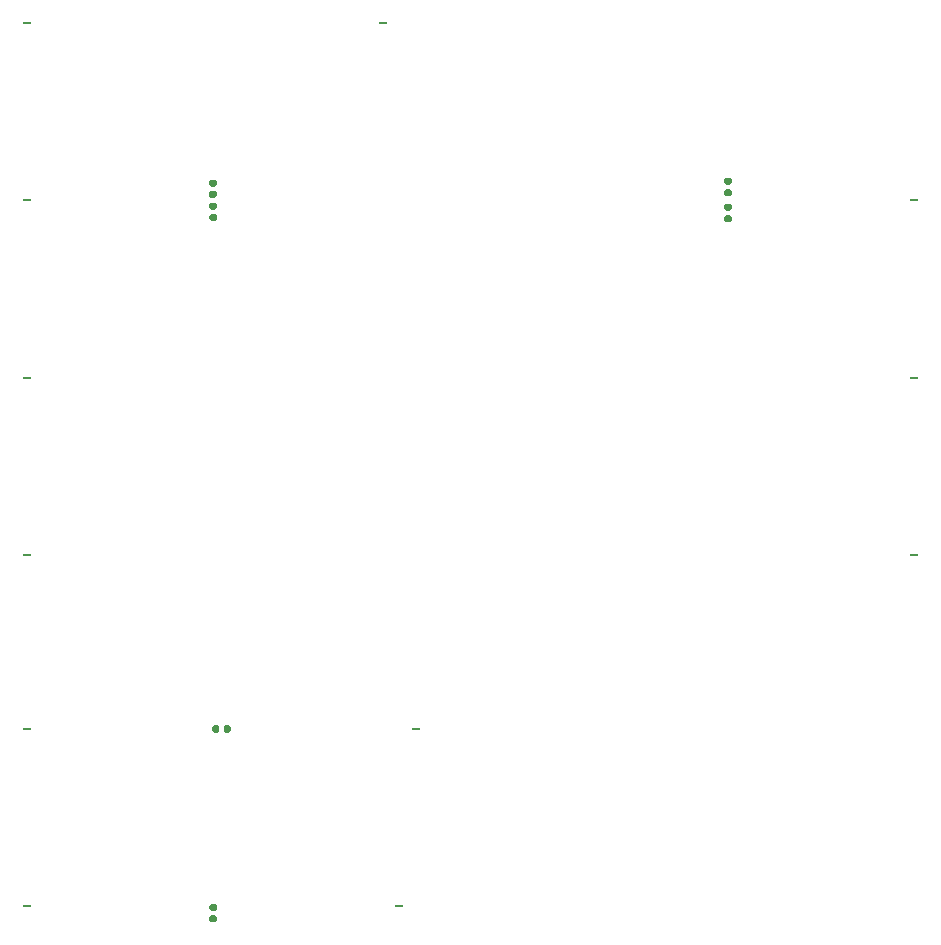
<source format=gtp>
G04 #@! TF.GenerationSoftware,KiCad,Pcbnew,(5.1.7)-1*
G04 #@! TF.CreationDate,2020-12-28T13:52:33+01:00*
G04 #@! TF.ProjectId,6Layers_trl-board,364c6179-6572-4735-9f74-726c2d626f61,0.3*
G04 #@! TF.SameCoordinates,Original*
G04 #@! TF.FileFunction,Paste,Top*
G04 #@! TF.FilePolarity,Positive*
%FSLAX46Y46*%
G04 Gerber Fmt 4.6, Leading zero omitted, Abs format (unit mm)*
G04 Created by KiCad (PCBNEW (5.1.7)-1) date 2020-12-28 13:52:33*
%MOMM*%
%LPD*%
G01*
G04 APERTURE LIST*
%ADD10R,0.762000X0.203200*%
G04 APERTURE END LIST*
G36*
G01*
X162860000Y-74080000D02*
X163200000Y-74080000D01*
G75*
G02*
X163350000Y-74230000I0J-150000D01*
G01*
X163350000Y-74530000D01*
G75*
G02*
X163200000Y-74680000I-150000J0D01*
G01*
X162860000Y-74680000D01*
G75*
G02*
X162710000Y-74530000I0J150000D01*
G01*
X162710000Y-74230000D01*
G75*
G02*
X162860000Y-74080000I150000J0D01*
G01*
G37*
G36*
G01*
X162860000Y-73120000D02*
X163200000Y-73120000D01*
G75*
G02*
X163350000Y-73270000I0J-150000D01*
G01*
X163350000Y-73570000D01*
G75*
G02*
X163200000Y-73720000I-150000J0D01*
G01*
X162860000Y-73720000D01*
G75*
G02*
X162710000Y-73570000I0J150000D01*
G01*
X162710000Y-73270000D01*
G75*
G02*
X162860000Y-73120000I150000J0D01*
G01*
G37*
G36*
G01*
X163200000Y-71520000D02*
X162860000Y-71520000D01*
G75*
G02*
X162710000Y-71370000I0J150000D01*
G01*
X162710000Y-71070000D01*
G75*
G02*
X162860000Y-70920000I150000J0D01*
G01*
X163200000Y-70920000D01*
G75*
G02*
X163350000Y-71070000I0J-150000D01*
G01*
X163350000Y-71370000D01*
G75*
G02*
X163200000Y-71520000I-150000J0D01*
G01*
G37*
G36*
G01*
X163200000Y-72480000D02*
X162860000Y-72480000D01*
G75*
G02*
X162710000Y-72330000I0J150000D01*
G01*
X162710000Y-72030000D01*
G75*
G02*
X162860000Y-71880000I150000J0D01*
G01*
X163200000Y-71880000D01*
G75*
G02*
X163350000Y-72030000I0J-150000D01*
G01*
X163350000Y-72330000D01*
G75*
G02*
X163200000Y-72480000I-150000J0D01*
G01*
G37*
G36*
G01*
X119280000Y-73980000D02*
X119620000Y-73980000D01*
G75*
G02*
X119770000Y-74130000I0J-150000D01*
G01*
X119770000Y-74430000D01*
G75*
G02*
X119620000Y-74580000I-150000J0D01*
G01*
X119280000Y-74580000D01*
G75*
G02*
X119130000Y-74430000I0J150000D01*
G01*
X119130000Y-74130000D01*
G75*
G02*
X119280000Y-73980000I150000J0D01*
G01*
G37*
G36*
G01*
X119280000Y-73020000D02*
X119620000Y-73020000D01*
G75*
G02*
X119770000Y-73170000I0J-150000D01*
G01*
X119770000Y-73470000D01*
G75*
G02*
X119620000Y-73620000I-150000J0D01*
G01*
X119280000Y-73620000D01*
G75*
G02*
X119130000Y-73470000I0J150000D01*
G01*
X119130000Y-73170000D01*
G75*
G02*
X119280000Y-73020000I150000J0D01*
G01*
G37*
G36*
G01*
X119600000Y-71670000D02*
X119260000Y-71670000D01*
G75*
G02*
X119110000Y-71520000I0J150000D01*
G01*
X119110000Y-71220000D01*
G75*
G02*
X119260000Y-71070000I150000J0D01*
G01*
X119600000Y-71070000D01*
G75*
G02*
X119750000Y-71220000I0J-150000D01*
G01*
X119750000Y-71520000D01*
G75*
G02*
X119600000Y-71670000I-150000J0D01*
G01*
G37*
G36*
G01*
X119600000Y-72630000D02*
X119260000Y-72630000D01*
G75*
G02*
X119110000Y-72480000I0J150000D01*
G01*
X119110000Y-72180000D01*
G75*
G02*
X119260000Y-72030000I150000J0D01*
G01*
X119600000Y-72030000D01*
G75*
G02*
X119750000Y-72180000I0J-150000D01*
G01*
X119750000Y-72480000D01*
G75*
G02*
X119600000Y-72630000I-150000J0D01*
G01*
G37*
G36*
G01*
X119620000Y-133010000D02*
X119280000Y-133010000D01*
G75*
G02*
X119130000Y-132860000I0J150000D01*
G01*
X119130000Y-132560000D01*
G75*
G02*
X119280000Y-132410000I150000J0D01*
G01*
X119620000Y-132410000D01*
G75*
G02*
X119770000Y-132560000I0J-150000D01*
G01*
X119770000Y-132860000D01*
G75*
G02*
X119620000Y-133010000I-150000J0D01*
G01*
G37*
G36*
G01*
X119620000Y-133970000D02*
X119280000Y-133970000D01*
G75*
G02*
X119130000Y-133820000I0J150000D01*
G01*
X119130000Y-133520000D01*
G75*
G02*
X119280000Y-133370000I150000J0D01*
G01*
X119620000Y-133370000D01*
G75*
G02*
X119770000Y-133520000I0J-150000D01*
G01*
X119770000Y-133820000D01*
G75*
G02*
X119620000Y-133970000I-150000J0D01*
G01*
G37*
G36*
G01*
X119975000Y-117410000D02*
X119975000Y-117750000D01*
G75*
G02*
X119825000Y-117900000I-150000J0D01*
G01*
X119525000Y-117900000D01*
G75*
G02*
X119375000Y-117750000I0J150000D01*
G01*
X119375000Y-117410000D01*
G75*
G02*
X119525000Y-117260000I150000J0D01*
G01*
X119825000Y-117260000D01*
G75*
G02*
X119975000Y-117410000I0J-150000D01*
G01*
G37*
G36*
G01*
X120935000Y-117410000D02*
X120935000Y-117750000D01*
G75*
G02*
X120785000Y-117900000I-150000J0D01*
G01*
X120485000Y-117900000D01*
G75*
G02*
X120335000Y-117750000I0J150000D01*
G01*
X120335000Y-117410000D01*
G75*
G02*
X120485000Y-117260000I150000J0D01*
G01*
X120785000Y-117260000D01*
G75*
G02*
X120935000Y-117410000I0J-150000D01*
G01*
G37*
D10*
X135185500Y-132580000D03*
X103674500Y-132580000D03*
X136615500Y-117580000D03*
X103674500Y-117580000D03*
X178785500Y-102830000D03*
X103674500Y-102830000D03*
X178785500Y-87830000D03*
X103674500Y-87830000D03*
X178785500Y-72830000D03*
X103674500Y-72830000D03*
X133785500Y-57830000D03*
X103674500Y-57830000D03*
M02*

</source>
